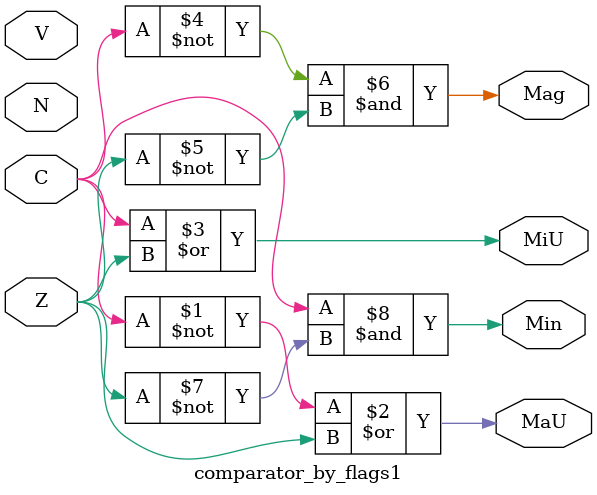
<source format=sv>

module comparator_by_flags1 (
    input logic N, C, V, Z,
    output logic MaU, MiU, Mag, Min
);
    
    assign MaU = ~C | Z;
    assign MiU = C | Z;
    assign Mag = ~C & ~Z;
    assign Min = C & ~Z;
    

endmodule
</source>
